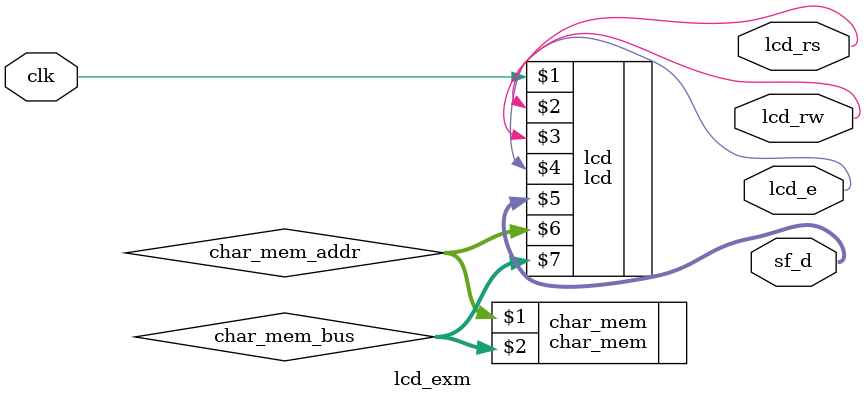
<source format=v>
module lcd_exm(
	input clk, 
	output lcd_rs,
	output lcd_rw,
	output lcd_e, 
	output [11:8] sf_d
	);

	wire [7:0] char_mem_bus;
	wire [4:0] char_mem_addr;
	
	char_mem char_mem (char_mem_addr, char_mem_bus);
	lcd lcd (clk, lcd_rs, lcd_rw, lcd_e, sf_d, char_mem_addr, char_mem_bus);

endmodule
</source>
